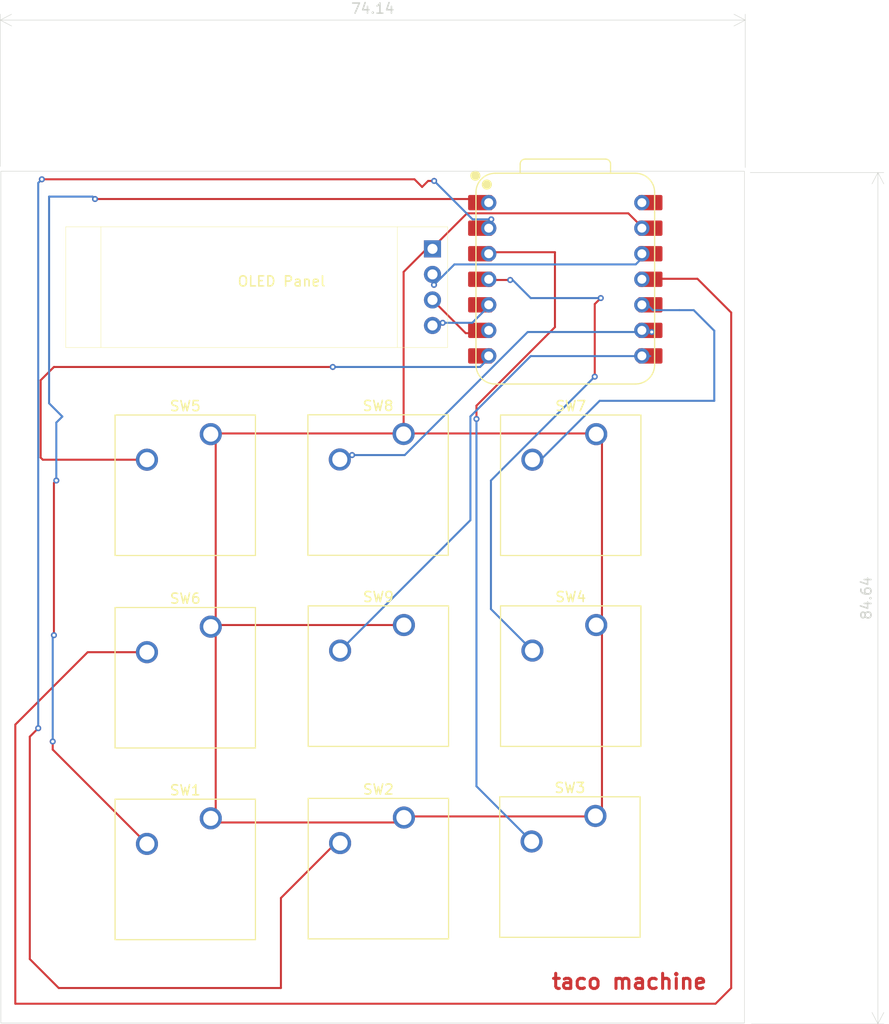
<source format=kicad_pcb>
(kicad_pcb (version 20241229) (generator "pcbnew") (generator_version "9.0")
  (layers (0 "F.Cu" signal) (2 "B.Cu" signal) (13 "F.Paste" user) (15 "B.Paste" user) (5 "F.SilkS" user "F.Silkscreen") (7 "B.SilkS" user "B.Silkscreen") (1 "F.Mask" user) (3 "B.Mask" user) (25 "Edge.Cuts" user))
  (net 0 "")
  (net 1 "Net-(SSD1-GND)")
  (net 2 "Net-(SSD1-VCC)")
  (net 3 "GND")
  (net 4 "Net-(SSD1-SCL)")
  (net 5 "Net-(U1-GPIO26{slash}ADC0{slash}A0)")
  (net 6 "Net-(U1-GPIO27{slash}ADC1{slash}A1)")
  (net 7 "Net-(U1-GPIO28{slash}ADC2{slash}A2)")
  (net 8 "Net-(U1-GPIO29{slash}ADC3{slash}A3)")
  (net 9 "Net-(U1-GPIO0{slash}TX)")
  (net 10 "Net-(U1-GPIO3{slash}MOSI)")
  (net 11 "Net-(U1-GPIO4{slash}MISO)")
  (net 12 "Net-(U1-GPIO2{slash}SCK)")
  (net 13 "Net-(U1-GPIO1{slash}RX)")
  (net 14 "+5V")
  (footprint "Button_Switch_Keyboard:SW_Cherry_MX_1.00u_PCB" (layer "F.Cu") (at 148.42 102.98)
    (property "Reference" "SW9" (at -2.54 -2.794 0) (layer "F.SilkS"))
    (property "Value" "SW_Push")
    (fp_line (start -9.525 -1.905) (end 4.445 -1.905) (stroke (width 0.12)) (layer "F.SilkS"))
    (fp_line (start -9.525 12.065) (end -9.525 -1.905) (stroke (width 0.12)) (layer "F.SilkS"))
    (fp_line (start 4.445 -1.905) (end 4.445 12.065) (stroke (width 0.12)) (layer "F.SilkS"))
    (fp_line (start 4.445 12.065) (end -9.525 12.065) (stroke (width 0.12)) (layer "F.SilkS"))
    (pad "" np_thru_hole circle (at -7.62 5.08) (size 1.7 1.7) (drill 1.7) (layers "*.Cu" "*.Mask"))
    (pad "" np_thru_hole circle (at -2.54 5.08) (size 4 4) (drill 4) (layers "*.Cu" "*.Mask"))
    (pad "" np_thru_hole circle (at 2.54 5.08) (size 1.7 1.7) (drill 1.7) (layers "*.Cu" "*.Mask"))
    (pad "1" thru_hole circle (at 0 0) (size 2.2 2.2) (drill 1.5) (layers "*.Cu" "*.Mask") (net 3 "GND"))
    (pad "2" thru_hole circle (at -6.35 2.54) (size 2.2 2.2) (drill 1.5) (layers "*.Cu" "*.Mask") (net 13 "Net-(U1-GPIO1{slash}RX)"))
  )
  (footprint "Button_Switch_Keyboard:SW_Cherry_MX_1.00u_PCB" (layer "F.Cu") (at 129.2 103.14)
    (property "Reference" "SW6" (at -2.54 -2.794 0) (layer "F.SilkS"))
    (property "Value" "SW_Push")
    (fp_line (start -9.525 -1.905) (end 4.445 -1.905) (stroke (width 0.12)) (layer "F.SilkS"))
    (fp_line (start -9.525 12.065) (end -9.525 -1.905) (stroke (width 0.12)) (layer "F.SilkS"))
    (fp_line (start 4.445 -1.905) (end 4.445 12.065) (stroke (width 0.12)) (layer "F.SilkS"))
    (fp_line (start 4.445 12.065) (end -9.525 12.065) (stroke (width 0.12)) (layer "F.SilkS"))
    (pad "" np_thru_hole circle (at -7.62 5.08) (size 1.7 1.7) (drill 1.7) (layers "*.Cu" "*.Mask"))
    (pad "" np_thru_hole circle (at -2.54 5.08) (size 4 4) (drill 4) (layers "*.Cu" "*.Mask"))
    (pad "" np_thru_hole circle (at 2.54 5.08) (size 1.7 1.7) (drill 1.7) (layers "*.Cu" "*.Mask"))
    (pad "1" thru_hole circle (at 0 0) (size 2.2 2.2) (drill 1.5) (layers "*.Cu" "*.Mask") (net 3 "GND"))
    (pad "2" thru_hole circle (at -6.35 2.54) (size 2.2 2.2) (drill 1.5) (layers "*.Cu" "*.Mask") (net 10 "Net-(U1-GPIO3{slash}MOSI)"))
  )
  (footprint "Button_Switch_Keyboard:SW_Cherry_MX_1.00u_PCB" (layer "F.Cu") (at 148.39 83.98)
    (property "Reference" "SW8" (at -2.54 -2.794 0) (layer "F.SilkS"))
    (property "Value" "SW_Push")
    (fp_line (start -9.525 -1.905) (end 4.445 -1.905) (stroke (width 0.12)) (layer "F.SilkS"))
    (fp_line (start -9.525 12.065) (end -9.525 -1.905) (stroke (width 0.12)) (layer "F.SilkS"))
    (fp_line (start 4.445 -1.905) (end 4.445 12.065) (stroke (width 0.12)) (layer "F.SilkS"))
    (fp_line (start 4.445 12.065) (end -9.525 12.065) (stroke (width 0.12)) (layer "F.SilkS"))
    (pad "" np_thru_hole circle (at -7.62 5.08) (size 1.7 1.7) (drill 1.7) (layers "*.Cu" "*.Mask"))
    (pad "" np_thru_hole circle (at -2.54 5.08) (size 4 4) (drill 4) (layers "*.Cu" "*.Mask"))
    (pad "" np_thru_hole circle (at 2.54 5.08) (size 1.7 1.7) (drill 1.7) (layers "*.Cu" "*.Mask"))
    (pad "1" thru_hole circle (at 0 0) (size 2.2 2.2) (drill 1.5) (layers "*.Cu" "*.Mask") (net 3 "GND"))
    (pad "2" thru_hole circle (at -6.35 2.54) (size 2.2 2.2) (drill 1.5) (layers "*.Cu" "*.Mask") (net 12 "Net-(U1-GPIO2{slash}SCK)"))
  )
  (footprint "Button_Switch_Keyboard:SW_Cherry_MX_1.00u_PCB" (layer "F.Cu") (at 148.42 122.12)
    (property "Reference" "SW2" (at -2.54 -2.794 0) (layer "F.SilkS"))
    (property "Value" "SW_Push")
    (fp_line (start -9.525 -1.905) (end 4.445 -1.905) (stroke (width 0.12)) (layer "F.SilkS"))
    (fp_line (start -9.525 12.065) (end -9.525 -1.905) (stroke (width 0.12)) (layer "F.SilkS"))
    (fp_line (start 4.445 -1.905) (end 4.445 12.065) (stroke (width 0.12)) (layer "F.SilkS"))
    (fp_line (start 4.445 12.065) (end -9.525 12.065) (stroke (width 0.12)) (layer "F.SilkS"))
    (pad "" np_thru_hole circle (at -7.62 5.08) (size 1.7 1.7) (drill 1.7) (layers "*.Cu" "*.Mask"))
    (pad "" np_thru_hole circle (at -2.54 5.08) (size 4 4) (drill 4) (layers "*.Cu" "*.Mask"))
    (pad "" np_thru_hole circle (at 2.54 5.08) (size 1.7 1.7) (drill 1.7) (layers "*.Cu" "*.Mask"))
    (pad "1" thru_hole circle (at 0 0) (size 2.2 2.2) (drill 1.5) (layers "*.Cu" "*.Mask") (net 3 "GND"))
    (pad "2" thru_hole circle (at -6.35 2.54) (size 2.2 2.2) (drill 1.5) (layers "*.Cu" "*.Mask") (net 6 "Net-(U1-GPIO27{slash}ADC1{slash}A1)"))
  )
  (footprint "Button_Switch_Keyboard:SW_Cherry_MX_1.00u_PCB" (layer "F.Cu") (at 167.56 102.98)
    (property "Reference" "SW4" (at -2.54 -2.794 0) (layer "F.SilkS"))
    (property "Value" "SW_Push")
    (fp_line (start -9.525 -1.905) (end 4.445 -1.905) (stroke (width 0.12)) (layer "F.SilkS"))
    (fp_line (start -9.525 12.065) (end -9.525 -1.905) (stroke (width 0.12)) (layer "F.SilkS"))
    (fp_line (start 4.445 -1.905) (end 4.445 12.065) (stroke (width 0.12)) (layer "F.SilkS"))
    (fp_line (start 4.445 12.065) (end -9.525 12.065) (stroke (width 0.12)) (layer "F.SilkS"))
    (pad "" np_thru_hole circle (at -7.62 5.08) (size 1.7 1.7) (drill 1.7) (layers "*.Cu" "*.Mask"))
    (pad "" np_thru_hole circle (at -2.54 5.08) (size 4 4) (drill 4) (layers "*.Cu" "*.Mask"))
    (pad "" np_thru_hole circle (at 2.54 5.08) (size 1.7 1.7) (drill 1.7) (layers "*.Cu" "*.Mask"))
    (pad "1" thru_hole circle (at 0 0) (size 2.2 2.2) (drill 1.5) (layers "*.Cu" "*.Mask") (net 3 "GND"))
    (pad "2" thru_hole circle (at -6.35 2.54) (size 2.2 2.2) (drill 1.5) (layers "*.Cu" "*.Mask") (net 8 "Net-(U1-GPIO29{slash}ADC3{slash}A3)"))
  )
  (footprint "Button_Switch_Keyboard:SW_Cherry_MX_1.00u_PCB" (layer "F.Cu") (at 167.56 84)
    (property "Reference" "SW7" (at -2.54 -2.794 0) (layer "F.SilkS"))
    (property "Value" "SW_Push")
    (fp_line (start -9.525 -1.905) (end 4.445 -1.905) (stroke (width 0.12)) (layer "F.SilkS"))
    (fp_line (start -9.525 12.065) (end -9.525 -1.905) (stroke (width 0.12)) (layer "F.SilkS"))
    (fp_line (start 4.445 -1.905) (end 4.445 12.065) (stroke (width 0.12)) (layer "F.SilkS"))
    (fp_line (start 4.445 12.065) (end -9.525 12.065) (stroke (width 0.12)) (layer "F.SilkS"))
    (pad "" np_thru_hole circle (at -7.62 5.08) (size 1.7 1.7) (drill 1.7) (layers "*.Cu" "*.Mask"))
    (pad "" np_thru_hole circle (at -2.54 5.08) (size 4 4) (drill 4) (layers "*.Cu" "*.Mask"))
    (pad "" np_thru_hole circle (at 2.54 5.08) (size 1.7 1.7) (drill 1.7) (layers "*.Cu" "*.Mask"))
    (pad "1" thru_hole circle (at 0 0) (size 2.2 2.2) (drill 1.5) (layers "*.Cu" "*.Mask") (net 3 "GND"))
    (pad "2" thru_hole circle (at -6.35 2.54) (size 2.2 2.2) (drill 1.5) (layers "*.Cu" "*.Mask") (net 11 "Net-(U1-GPIO4{slash}MISO)"))
  )
  (footprint "oled:SSD1306-0.91-OLED-4pin-128x32 (4)" (layer "F.Cu") (at 114.765 63.385)
    (property "Reference" "SSD1" (hide yes))
    (property "Value" "~")
    (fp_line (start 0 0) (end 0 12) (stroke (width 0.04)) (layer "F.SilkS"))
    (fp_line (start 0 12) (end 38 12) (stroke (width 0.04)) (layer "F.SilkS"))
    (fp_line (start 3.5 0) (end 3.5 12) (stroke (width 0.04)) (layer "F.SilkS"))
    (fp_line (start 33 0) (end 33 12) (stroke (width 0.04)) (layer "F.SilkS"))
    (fp_line (start 38 0) (end 0 0) (stroke (width 0.04)) (layer "F.SilkS"))
    (fp_line (start 38 12) (end 38 0) (stroke (width 0.04)) (layer "F.SilkS"))
    (fp_text user "OLED Panel" (at 21.48 5.42 0) (layer "F.SilkS"))
    (pad "1" thru_hole rect (at 36.5 2.19) (size 1.7 1.7) (drill 1) (layers "*.Cu" "*.Mask") (net 3 "GND"))
    (pad "2" thru_hole oval (at 36.5 4.73) (size 1.7 1.7) (drill 1) (layers "*.Cu" "*.Mask") (net 4 "Net-(SSD1-SCL)"))
    (pad "3" thru_hole oval (at 36.5 7.27) (size 1.7 1.7) (drill 1) (layers "*.Cu" "*.Mask") (net 2 "Net-(SSD1-VCC)"))
    (pad "4" thru_hole oval (at 36.5 9.81) (size 1.7 1.7) (drill 1) (layers "*.Cu" "*.Mask") (net 1 "Net-(SSD1-GND)"))
  )
  (footprint "Button_Switch_Keyboard:SW_Cherry_MX_1.00u_PCB" (layer "F.Cu") (at 167.48 121.96)
    (property "Reference" "SW3" (at -2.54 -2.794 0) (layer "F.SilkS"))
    (property "Value" "SW_Push")
    (fp_line (start -9.525 -1.905) (end 4.445 -1.905) (stroke (width 0.12)) (layer "F.SilkS"))
    (fp_line (start -9.525 12.065) (end -9.525 -1.905) (stroke (width 0.12)) (layer "F.SilkS"))
    (fp_line (start 4.445 -1.905) (end 4.445 12.065) (stroke (width 0.12)) (layer "F.SilkS"))
    (fp_line (start 4.445 12.065) (end -9.525 12.065) (stroke (width 0.12)) (layer "F.SilkS"))
    (pad "" np_thru_hole circle (at -7.62 5.08) (size 1.7 1.7) (drill 1.7) (layers "*.Cu" "*.Mask"))
    (pad "" np_thru_hole circle (at -2.54 5.08) (size 4 4) (drill 4) (layers "*.Cu" "*.Mask"))
    (pad "" np_thru_hole circle (at 2.54 5.08) (size 1.7 1.7) (drill 1.7) (layers "*.Cu" "*.Mask"))
    (pad "1" thru_hole circle (at 0 0) (size 2.2 2.2) (drill 1.5) (layers "*.Cu" "*.Mask") (net 3 "GND"))
    (pad "2" thru_hole circle (at -6.35 2.54) (size 2.2 2.2) (drill 1.5) (layers "*.Cu" "*.Mask") (net 7 "Net-(U1-GPIO28{slash}ADC2{slash}A2)"))
  )
  (footprint "Button_Switch_Keyboard:SW_Cherry_MX_1.00u_PCB" (layer "F.Cu") (at 129.2 84)
    (property "Reference" "SW5" (at -2.54 -2.794 0) (layer "F.SilkS"))
    (property "Value" "SW_Push")
    (fp_line (start -9.525 -1.905) (end 4.445 -1.905) (stroke (width 0.12)) (layer "F.SilkS"))
    (fp_line (start -9.525 12.065) (end -9.525 -1.905) (stroke (width 0.12)) (layer "F.SilkS"))
    (fp_line (start 4.445 -1.905) (end 4.445 12.065) (stroke (width 0.12)) (layer "F.SilkS"))
    (fp_line (start 4.445 12.065) (end -9.525 12.065) (stroke (width 0.12)) (layer "F.SilkS"))
    (pad "" np_thru_hole circle (at -7.62 5.08) (size 1.7 1.7) (drill 1.7) (layers "*.Cu" "*.Mask"))
    (pad "" np_thru_hole circle (at -2.54 5.08) (size 4 4) (drill 4) (layers "*.Cu" "*.Mask"))
    (pad "" np_thru_hole circle (at 2.54 5.08) (size 1.7 1.7) (drill 1.7) (layers "*.Cu" "*.Mask"))
    (pad "1" thru_hole circle (at 0 0) (size 2.2 2.2) (drill 1.5) (layers "*.Cu" "*.Mask") (net 3 "GND"))
    (pad "2" thru_hole circle (at -6.35 2.54) (size 2.2 2.2) (drill 1.5) (layers "*.Cu" "*.Mask") (net 9 "Net-(U1-GPIO0{slash}TX)"))
  )
  (footprint "feet:XIAO-RP2040-DIP" (layer "F.Cu") (at 164.48 68.6)
    (property "Reference" "U1" (hide yes))
    (property "Value" "XIAO-RP2040-DIP")
    (fp_line (start -8.89 8.509) (end -8.89 -8.636) (stroke (width 0.127)) (layer "F.SilkS"))
    (fp_line (start -6.985 10.414) (end 6.985 10.414) (stroke (width 0.127)) (layer "F.SilkS"))
    (fp_line (start -4.495 -10.541) (end -4.491272 -11.451272) (stroke (width 0.127)) (layer "F.SilkS"))
    (fp_line (start -3.991272 -11.951) (end 4.004 -11.951) (stroke (width 0.127)) (layer "F.SilkS"))
    (fp_line (start 4.504 -11.451) (end 4.504 -10.541) (stroke (width 0.127)) (layer "F.SilkS"))
    (fp_line (start 6.985 -10.541) (end -6.985 -10.541) (stroke (width 0.1)) (layer "F.SilkS"))
    (fp_line (start 6.985 -10.541) (end -6.985 -10.541) (stroke (width 0.127)) (layer "F.SilkS"))
    (fp_line (start 8.89 8.509) (end 8.89 -8.636) (stroke (width 0.127)) (layer "F.SilkS"))
    (fp_arc (start -8.89 -8.636) (mid -8.332038 -9.983038) (end -6.985 -10.541) (stroke (width 0.127)) (layer "F.SilkS"))
    (fp_arc (start -6.985 10.414) (mid -8.332038 9.856038) (end -8.89 8.509) (stroke (width 0.127)) (layer "F.SilkS"))
    (fp_arc (start -4.491272 -11.451272) (mid -4.344728 -11.80464) (end -3.991272 -11.951) (stroke (width 0.127)) (layer "F.SilkS"))
    (fp_arc (start 4.004 -11.951) (mid 4.357553 -11.804553) (end 4.504 -11.451) (stroke (width 0.127)) (layer "F.SilkS"))
    (fp_arc (start 6.985 -10.541) (mid 8.332038 -9.983038) (end 8.89 -8.636) (stroke (width 0.127)) (layer "F.SilkS"))
    (fp_arc (start 8.89 8.509) (mid 8.332038 9.856038) (end 6.985 10.414) (stroke (width 0.127)) (layer "F.SilkS"))
    (fp_circle (center -8.95 -10.3) (end -8.95 -10.554) (stroke (width 0.5)) (fill yes) (layer "F.SilkS"))
    (fp_circle (center -7.807 -9.42) (end -7.807 -9.674) (stroke (width 0.5)) (fill yes) (layer "F.SilkS"))
    (pad "1" smd roundrect (at -8.455 -7.62 180) (size 2.432 1.524) (layers "F.Cu" "F.Mask") (roundrect_rratio 0.1) (net 5 "Net-(U1-GPIO26{slash}ADC0{slash}A0)"))
    (pad "1" thru_hole circle (at -7.62 -7.62 180) (size 1.524 1.524) (drill 0.889) (layers "*.Cu" "*.Mask") (net 5 "Net-(U1-GPIO26{slash}ADC0{slash}A0)"))
    (pad "2" smd roundrect (at -8.455 -5.08 180) (size 2.432 1.524) (layers "F.Cu" "F.Mask") (roundrect_rratio 0.1) (net 6 "Net-(U1-GPIO27{slash}ADC1{slash}A1)"))
    (pad "2" thru_hole circle (at -7.62 -5.08 180) (size 1.524 1.524) (drill 0.889) (layers "*.Cu" "*.Mask") (net 6 "Net-(U1-GPIO27{slash}ADC1{slash}A1)"))
    (pad "3" smd roundrect (at -8.455 -2.54 180) (size 2.432 1.524) (layers "F.Cu" "F.Mask") (roundrect_rratio 0.1) (net 7 "Net-(U1-GPIO28{slash}ADC2{slash}A2)"))
    (pad "3" thru_hole circle (at -7.62 -2.54 180) (size 1.524 1.524) (drill 0.889) (layers "*.Cu" "*.Mask") (net 7 "Net-(U1-GPIO28{slash}ADC2{slash}A2)"))
    (pad "4" smd roundrect (at -8.455 0 180) (size 2.432 1.524) (layers "F.Cu" "F.Mask") (roundrect_rratio 0.1) (net 8 "Net-(U1-GPIO29{slash}ADC3{slash}A3)"))
    (pad "4" thru_hole circle (at -7.62 0 180) (size 1.524 1.524) (drill 0.889) (layers "*.Cu" "*.Mask") (net 8 "Net-(U1-GPIO29{slash}ADC3{slash}A3)"))
    (pad "5" smd roundrect (at -8.455 2.54 180) (size 2.432 1.524) (layers "F.Cu" "F.Mask") (roundrect_rratio 0.1) (net 1 "Net-(SSD1-GND)"))
    (pad "5" thru_hole circle (at -7.62 2.54 180) (size 1.524 1.524) (drill 0.889) (layers "*.Cu" "*.Mask") (net 1 "Net-(SSD1-GND)"))
    (pad "6" smd roundrect (at -8.455 5.08 180) (size 2.432 1.524) (layers "F.Cu" "F.Mask") (roundrect_rratio 0.1) (net 2 "Net-(SSD1-VCC)"))
    (pad "6" thru_hole circle (at -7.62 5.08 180) (size 1.524 1.524) (drill 0.889) (layers "*.Cu" "*.Mask") (net 2 "Net-(SSD1-VCC)"))
    (pad "7" smd roundrect (at -8.455 7.62 180) (size 2.432 1.524) (layers "F.Cu" "F.Mask") (roundrect_rratio 0.1) (net 9 "Net-(U1-GPIO0{slash}TX)"))
    (pad "7" thru_hole circle (at -7.62 7.62 180) (size 1.524 1.524) (drill 0.889) (layers "*.Cu" "*.Mask") (net 9 "Net-(U1-GPIO0{slash}TX)"))
    (pad "8" thru_hole circle (at 7.62 7.62) (size 1.524 1.524) (drill 0.889) (layers "*.Cu" "*.Mask") (net 13 "Net-(U1-GPIO1{slash}RX)"))
    (pad "8" smd roundrect (at 8.455 7.62) (size 2.432 1.524) (layers "F.Cu" "F.Mask") (roundrect_rratio 0.1) (net 13 "Net-(U1-GPIO1{slash}RX)"))
    (pad "9" thru_hole circle (at 7.62 5.08) (size 1.524 1.524) (drill 0.889) (layers "*.Cu" "*.Mask") (net 12 "Net-(U1-GPIO2{slash}SCK)"))
    (pad "9" smd roundrect (at 8.455 5.08) (size 2.432 1.524) (layers "F.Cu" "F.Mask") (roundrect_rratio 0.1) (net 12 "Net-(U1-GPIO2{slash}SCK)"))
    (pad "10" thru_hole circle (at 7.62 2.54) (size 1.524 1.524) (drill 0.889) (layers "*.Cu" "*.Mask") (net 11 "Net-(U1-GPIO4{slash}MISO)"))
    (pad "10" smd roundrect (at 8.455 2.54) (size 2.432 1.524) (layers "F.Cu" "F.Mask") (roundrect_rratio 0.1) (net 11 "Net-(U1-GPIO4{slash}MISO)"))
    (pad "11" thru_hole circle (at 7.62 0) (size 1.524 1.524) (drill 0.889) (layers "*.Cu" "*.Mask") (net 10 "Net-(U1-GPIO3{slash}MOSI)"))
    (pad "11" smd roundrect (at 8.455 0) (size 2.432 1.524) (layers "F.Cu" "F.Mask") (roundrect_rratio 0.1) (net 10 "Net-(U1-GPIO3{slash}MOSI)"))
    (pad "12" thru_hole circle (at 7.62 -2.54) (size 1.524 1.524) (drill 0.889) (layers "*.Cu" "*.Mask") (net 4 "Net-(SSD1-SCL)"))
    (pad "12" smd roundrect (at 8.455 -2.54) (size 2.432 1.524) (layers "F.Cu" "F.Mask") (roundrect_rratio 0.1) (net 4 "Net-(SSD1-SCL)"))
    (pad "13" thru_hole circle (at 7.62 -5.08) (size 1.524 1.524) (drill 0.889) (layers "*.Cu" "*.Mask") (net 3 "GND"))
    (pad "13" smd roundrect (at 8.455 -5.08) (size 2.432 1.524) (layers "F.Cu" "F.Mask") (roundrect_rratio 0.1) (net 3 "GND"))
    (pad "14" thru_hole circle (at 7.62 -7.62) (size 1.524 1.524) (drill 0.889) (layers "*.Cu" "*.Mask") (net 14 "+5V"))
    (pad "14" smd roundrect (at 8.455 -7.62) (size 2.432 1.524) (layers "F.Cu" "F.Mask") (roundrect_rratio 0.1) (net 14 "+5V"))
  )
  (footprint "Button_Switch_Keyboard:SW_Cherry_MX_1.00u_PCB" (layer "F.Cu") (at 129.2 122.2)
    (property "Reference" "SW1" (at -2.54 -2.794 0) (layer "F.SilkS"))
    (property "Value" "SW_Push")
    (fp_line (start -9.525 -1.905) (end 4.445 -1.905) (stroke (width 0.12)) (layer "F.SilkS"))
    (fp_line (start -9.525 12.065) (end -9.525 -1.905) (stroke (width 0.12)) (layer "F.SilkS"))
    (fp_line (start 4.445 -1.905) (end 4.445 12.065) (stroke (width 0.12)) (layer "F.SilkS"))
    (fp_line (start 4.445 12.065) (end -9.525 12.065) (stroke (width 0.12)) (layer "F.SilkS"))
    (pad "" np_thru_hole circle (at -7.62 5.08) (size 1.7 1.7) (drill 1.7) (layers "*.Cu" "*.Mask"))
    (pad "" np_thru_hole circle (at -2.54 5.08) (size 4 4) (drill 4) (layers "*.Cu" "*.Mask"))
    (pad "" np_thru_hole circle (at 2.54 5.08) (size 1.7 1.7) (drill 1.7) (layers "*.Cu" "*.Mask"))
    (pad "1" thru_hole circle (at 0 0) (size 2.2 2.2) (drill 1.5) (layers "*.Cu" "*.Mask") (net 3 "GND"))
    (pad "2" thru_hole circle (at -6.35 2.54) (size 2.2 2.2) (drill 1.5) (layers "*.Cu" "*.Mask") (net 5 "Net-(U1-GPIO26{slash}ADC0{slash}A0)"))
  )
  (gr_rect (start 108.31 57.86) (end 182.31 142.55) (stroke (width 0.05)) (fill no) (layer "Edge.Cuts"))
  (gr_text "taco machine" (at 162.97 139.31 0) (layer "F.Cu") (effects (font (size 1.5 1.5) (thickness 0.3) (bold yes)) (justify left bottom)))
  (dimension (type orthogonal) (layer "Edge.Cuts") (pts (xy 182.39 57.99) (xy 182.5 142.63)) (height 13.2) (orientation 1) (format (prefix "") (suffix "") (units 3) (units_format 0) (precision 4) (suppress_zeroes yes)) (style (thickness 0.05) (arrow_length 1.27) (text_position_mode 0) (arrow_direction outward) (extension_height 0.58642) (extension_offset 0.5) (keep_text_aligned yes)) (gr_text "84.64" (at 194.44 100.31 90) (layer "Edge.Cuts") (effects (font (size 1 1) (thickness 0.15)))))
  (dimension (type orthogonal) (layer "Edge.Cuts") (pts (xy 108.25 57.88) (xy 182.39 57.99)) (height -15.05) (orientation 0) (format (prefix "") (suffix "") (units 3) (units_format 0) (precision 4) (suppress_zeroes yes)) (style (thickness 0.05) (arrow_length 1.27) (text_position_mode 0) (arrow_direction outward) (extension_height 0.58642) (extension_offset 0.5) (keep_text_aligned yes)) (gr_text "74.14" (at 145.32 41.68 0) (layer "Edge.Cuts") (effects (font (size 1 1) (thickness 0.15)))))
  (segment (start 151.265 73.195) (end 152.013211 73.195) (width 0.2) (layer "F.Cu") (net 1))
  (segment (start 152.013211 73.195) (end 152.280429 72.927782) (width 0.2) (layer "F.Cu") (net 1))
  (via (at 152.280429 72.927782) (size 0.6) (drill 0.3) (layers "F.Cu" "B.Cu") (net 1))
  (segment (start 155.222218 72.927782) (end 157.08 71.07) (width 0.2) (layer "B.Cu") (net 1))
  (segment (start 152.280429 72.927782) (end 155.222218 72.927782) (width 0.2) (layer "B.Cu") (net 1))
  (segment (start 151.265 70.655) (end 154.57 73.96) (width 0.2) (layer "F.Cu") (net 2))
  (segment (start 154.57 73.96) (end 156.96 73.96) (width 0.2) (layer "F.Cu") (net 2))
  (segment (start 168.13 121.77) (end 167.41 122.49) (width 0.2) (layer "F.Cu") (net 3))
  (segment (start 148.39 83.98) (end 148.39 67.87) (width 0.2) (layer "F.Cu") (net 3))
  (segment (start 168.13 84.05) (end 168.13 103.39) (width 0.2) (layer "F.Cu") (net 3))
  (segment (start 129.69 121.77) (end 129.69 102.79) (width 0.2) (layer "F.Cu") (net 3))
  (segment (start 129.69 84.89) (end 128.97 84.17) (width 0.2) (layer "F.Cu") (net 3))
  (segment (start 151.07 65.19) (end 151.55 65.19) (width 0.2) (layer "F.Cu") (net 3))
  (segment (start 170.753 62.043) (end 172.46 63.75) (width 0.2) (layer "F.Cu") (net 3))
  (segment (start 129.2 84) (end 129.27 83.93) (width 0.2) (layer "F.Cu") (net 3))
  (segment (start 168.01 83.93) (end 168.13 84.05) (width 0.2) (layer "F.Cu") (net 3))
  (segment (start 129.38 102.98) (end 129.21 103.15) (width 0.2) (layer "F.Cu") (net 3))
  (segment (start 148.55 83.93) (end 168.01 83.93) (width 0.2) (layer "F.Cu") (net 3))
  (segment (start 148.19 122.61) (end 128.85 122.61) (width 0.2) (layer "F.Cu") (net 3))
  (segment (start 148.79 122.01) (end 148.19 122.61) (width 0.2) (layer "F.Cu") (net 3))
  (segment (start 129.27 83.93) (end 148.55 83.93) (width 0.2) (layer "F.Cu") (net 3))
  (segment (start 168.13 103.39) (end 168.13 121.77) (width 0.2) (layer "F.Cu") (net 3))
  (segment (start 128.85 122.61) (end 129.69 121.77) (width 0.2) (layer "F.Cu") (net 3))
  (segment (start 154.697 62.043) (end 170.753 62.043) (width 0.2) (layer "F.Cu") (net 3))
  (segment (start 148.39 67.87) (end 151.07 65.19) (width 0.2) (layer "F.Cu") (net 3))
  (segment (start 148.42 102.98) (end 129.38 102.98) (width 0.2) (layer "F.Cu") (net 3))
  (segment (start 166.93 122.01) (end 148.79 122.01) (width 0.2) (layer "F.Cu") (net 3))
  (segment (start 129.69 102.79) (end 129.69 84.89) (width 0.2) (layer "F.Cu") (net 3))
  (segment (start 151.55 65.19) (end 154.697 62.043) (width 0.2) (layer "F.Cu") (net 3))
  (segment (start 167.41 122.49) (end 166.93 122.01) (width 0.2) (layer "F.Cu") (net 3))
  (segment (start 151.265 69.005955) (end 151.413493 69.154448) (width 0.2) (layer "F.Cu") (net 4))
  (segment (start 151.265 68.115) (end 151.265 69.005955) (width 0.2) (layer "F.Cu") (net 4))
  (via (at 151.413493 69.154448) (size 0.6) (drill 0.3) (layers "F.Cu" "B.Cu") (net 4))
  (segment (start 153.444941 67.123) (end 171.487 67.123) (width 0.2) (layer "B.Cu") (net 4))
  (segment (start 171.487 67.123) (end 172.46 66.15) (width 0.2) (layer "B.Cu") (net 4))
  (segment (start 151.413493 69.154448) (end 153.444941 67.123) (width 0.2) (layer "B.Cu") (net 4))
  (segment (start 117.68 60.62) (end 156.36 60.62) (width 0.2) (layer "F.Cu") (net 5))
  (segment (start 156.36 60.62) (end 157.08 61.34) (width 0.2) (layer "F.Cu") (net 5))
  (segment (start 113.59 103.99) (end 113.59 88.85) (width 0.2) (layer "F.Cu") (net 5))
  (segment (start 113.59 88.85) (end 113.83 88.61) (width 0.2) (layer "F.Cu") (net 5))
  (segment (start 113.47 115.36) (end 113.47 114.56) (width 0.2) (layer "F.Cu") (net 5))
  (segment (start 122.85 124.74) (end 113.47 115.36) (width 0.2) (layer "F.Cu") (net 5))
  (via (at 117.68 60.62) (size 0.6) (drill 0.3) (layers "F.Cu" "B.Cu") (net 5))
  (via (at 113.47 114.56) (size 0.6) (drill 0.3) (layers "F.Cu" "B.Cu") (net 5))
  (via (at 113.59 103.99) (size 0.6) (drill 0.3) (layers "F.Cu" "B.Cu") (net 5))
  (via (at 113.83 88.61) (size 0.6) (drill 0.3) (layers "F.Cu" "B.Cu") (net 5))
  (segment (start 113.47 104.11) (end 113.59 103.99) (width 0.2) (layer "B.Cu") (net 5))
  (segment (start 113.83 82.85) (end 114.43 82.25) (width 0.2) (layer "B.Cu") (net 5))
  (segment (start 113.83 88.61) (end 113.83 82.85) (width 0.2) (layer "B.Cu") (net 5))
  (segment (start 113.47 114.56) (end 113.47 104.11) (width 0.2) (layer "B.Cu") (net 5))
  (segment (start 114.43 82.25) (end 113.11 80.93) (width 0.2) (layer "B.Cu") (net 5))
  (segment (start 117.44 60.38) (end 117.68 60.62) (width 0.2) (layer "B.Cu") (net 5))
  (segment (start 113.11 60.38) (end 117.44 60.38) (width 0.2) (layer "B.Cu") (net 5))
  (segment (start 113.11 80.93) (end 113.11 60.38) (width 0.2) (layer "B.Cu") (net 5))
  (segment (start 142.07 124.66) (end 141.64153 124.66) (width 0.2) (layer "F.Cu") (net 6))
  (segment (start 114.07 139.07) (end 111.19 136.19) (width 0.2) (layer "F.Cu") (net 6))
  (segment (start 157.113094 62.643) (end 157.113094 63.356906) (width 0.2) (layer "F.Cu") (net 6))
  (segment (start 149.47 58.66) (end 150.23 59.42) (width 0.2) (layer "F.Cu") (net 6))
  (segment (start 150.23 59.42) (end 150.83 58.82) (width 0.2) (layer "F.Cu") (net 6))
  (segment (start 111.19 136.19) (end 111.19 114.08) (width 0.2) (layer "F.Cu") (net 6))
  (segment (start 112.39 58.66) (end 149.47 58.66) (width 0.2) (layer "F.Cu") (net 6))
  (segment (start 141.64153 124.66) (end 136.18 130.12153) (width 0.2) (layer "F.Cu") (net 6))
  (segment (start 136.18 139.07) (end 114.07 139.07) (width 0.2) (layer "F.Cu") (net 6))
  (segment (start 136.18 130.12153) (end 136.18 139.07) (width 0.2) (layer "F.Cu") (net 6))
  (segment (start 111.19 114.08) (end 112.03 113.24) (width 0.2) (layer "F.Cu") (net 6))
  (segment (start 150.83 58.82) (end 151.43 58.82) (width 0.2) (layer "F.Cu") (net 6))
  (segment (start 157.113094 63.356906) (end 156.84 63.63) (width 0.2) (layer "F.Cu") (net 6))
  (via (at 112.39 58.66) (size 0.6) (drill 0.3) (layers "F.Cu" "B.Cu") (net 6))
  (via (at 157.113094 62.643) (size 0.6) (drill 0.3) (layers "F.Cu" "B.Cu") (net 6))
  (via (at 151.43 58.82) (size 0.6) (drill 0.3) (layers "F.Cu" "B.Cu") (net 6))
  (via (at 112.03 113.24) (size 0.6) (drill 0.3) (layers "F.Cu" "B.Cu") (net 6))
  (segment (start 151.43 58.82) (end 155.253 62.643) (width 0.2) (layer "B.Cu") (net 6))
  (segment (start 112.03 59.02) (end 112.39 58.66) (width 0.2) (layer "B.Cu") (net 6))
  (segment (start 112.03 113.24) (end 112.03 59.02) (width 0.2) (layer "B.Cu") (net 6))
  (segment (start 155.253 62.643) (end 157.113094 62.643) (width 0.2) (layer "B.Cu") (net 6))
  (segment (start 163.45 65.91) (end 156.84 65.91) (width 0.2) (layer "F.Cu") (net 7))
  (segment (start 162.49 74.32) (end 163.45 73.36) (width 0.2) (layer "F.Cu") (net 7))
  (segment (start 156.84 65.91) (end 156.36 65.43) (width 0.2) (layer "F.Cu") (net 7))
  (segment (start 155.64 82.49) (end 155.64 81.17) (width 0.2) (layer "F.Cu") (net 7))
  (segment (start 155.64 81.17) (end 162.49 74.32) (width 0.2) (layer "F.Cu") (net 7))
  (segment (start 163.45 73.36) (end 163.45 65.91) (width 0.2) (layer "F.Cu") (net 7))
  (via (at 155.64 82.49) (size 0.6) (drill 0.3) (layers "F.Cu" "B.Cu") (net 7))
  (segment (start 155.64 119.01) (end 155.64 82.49) (width 0.2) (layer "B.Cu") (net 7))
  (segment (start 161.13 124.5) (end 155.64 119.01) (width 0.2) (layer "B.Cu") (net 7))
  (segment (start 157.2 68.67) (end 157.08 68.79) (width 0.2) (layer "F.Cu") (net 8))
  (segment (start 167.41 78.28) (end 167.41 71.07) (width 0.2) (layer "F.Cu") (net 8))
  (segment (start 167.41 71.07) (end 168.01 70.47) (width 0.2) (layer "F.Cu") (net 8))
  (segment (start 159 68.67) (end 157.2 68.67) (width 0.2) (layer "F.Cu") (net 8))
  (via (at 168.01 70.47) (size 0.6) (drill 0.3) (layers "F.Cu" "B.Cu") (net 8))
  (via (at 167.41 78.28) (size 0.6) (drill 0.3) (layers "F.Cu" "B.Cu") (net 8))
  (via (at 159 68.67) (size 0.6) (drill 0.3) (layers "F.Cu" "B.Cu") (net 8))
  (segment (start 161.04 70.47) (end 159.96 69.39) (width 0.2) (layer "B.Cu") (net 8))
  (segment (start 157.08 88.61) (end 167.41 78.28) (width 0.2) (layer "B.Cu") (net 8))
  (segment (start 159.96 69.39) (end 159.24 68.67) (width 0.2) (layer "B.Cu") (net 8))
  (segment (start 168.01 70.47) (end 161.04 70.47) (width 0.2) (layer "B.Cu") (net 8))
  (segment (start 161.21 105.52) (end 157.08 101.39) (width 0.2) (layer "B.Cu") (net 8))
  (segment (start 159.24 68.67) (end 159 68.67) (width 0.2) (layer "B.Cu") (net 8))
  (segment (start 157.08 101.39) (end 157.08 88.61) (width 0.2) (layer "B.Cu") (net 8))
  (segment (start 112.27 78.64) (end 113.47 77.44) (width 0.2) (layer "F.Cu") (net 9))
  (segment (start 122.85 86.54) (end 112.48 86.54) (width 0.2) (layer "F.Cu") (net 9))
  (segment (start 113.59 77.32) (end 141.34 77.32) (width 0.2) (layer "F.Cu") (net 9))
  (segment (start 113.47 77.44) (end 113.59 77.32) (width 0.2) (layer "F.Cu") (net 9))
  (segment (start 112.27 86.33) (end 112.27 78.64) (width 0.2) (layer "F.Cu") (net 9))
  (segment (start 112.48 86.54) (end 112.27 86.33) (width 0.2) (layer "F.Cu") (net 9))
  (via (at 141.34 77.32) (size 0.6) (drill 0.3) (layers "F.Cu" "B.Cu") (net 9))
  (segment (start 141.34 77.32) (end 156 77.32) (width 0.2) (layer "B.Cu") (net 9))
  (segment (start 156 77.32) (end 157.32 76) (width 0.2) (layer "B.Cu") (net 9))
  (segment (start 180.75 71.67) (end 177.63 68.55) (width 0.2) (layer "F.Cu") (net 10))
  (segment (start 177.63 68.55) (end 172.34 68.55) (width 0.2) (layer "F.Cu") (net 10))
  (segment (start 179.43 140.63) (end 180.99 139.07) (width 0.2) (layer "F.Cu") (net 10))
  (segment (start 109.75 140.63) (end 179.43 140.63) (width 0.2) (layer "F.Cu") (net 10))
  (segment (start 109.75 112.88) (end 109.75 140.63) (width 0.2) (layer "F.Cu") (net 10))
  (segment (start 122.85 105.68) (end 116.95 105.68) (width 0.2) (layer "F.Cu") (net 10))
  (segment (start 109.99 112.64) (end 109.75 112.88) (width 0.2) (layer "F.Cu") (net 10))
  (segment (start 116.95 105.68) (end 109.99 112.64) (width 0.2) (layer "F.Cu") (net 10))
  (segment (start 180.99 139.07) (end 180.99 71.91) (width 0.2) (layer "F.Cu") (net 10))
  (segment (start 180.99 71.91) (end 180.75 71.67) (width 0.2) (layer "F.Cu") (net 10))
  (segment (start 161.53 86.81) (end 161.77 87.05) (width 0.2) (layer "F.Cu") (net 11))
  (segment (start 161.21 86.54) (end 161.17 86.58) (width 0.2) (layer "F.Cu") (net 11))
  (segment (start 161.17 86.81) (end 161.53 86.81) (width 0.2) (layer "F.Cu") (net 11))
  (segment (start 161.17 86.58) (end 161.17 86.81) (width 0.2) (layer "F.Cu") (net 11))
  (segment (start 173.18 71.67) (end 172.22 70.71) (width 0.2) (layer "B.Cu") (net 11))
  (segment (start 161.21 86.54) (end 161.21 86.97) (width 0.2) (layer "B.Cu") (net 11))
  (segment (start 179.31 73.72) (end 177.26 71.67) (width 0.2) (layer "B.Cu") (net 11))
  (segment (start 177.26 71.67) (end 175.82 71.67) (width 0.2) (layer "B.Cu") (net 11))
  (segment (start 161.21 86.97) (end 161.41 87.17) (width 0.2) (layer "B.Cu") (net 11))
  (segment (start 179.306211 80.684543) (end 179.306211 73.723789) (width 0.2) (layer "B.Cu") (net 11))
  (segment (start 175.82 71.67) (end 173.18 71.67) (width 0.2) (layer "B.Cu") (net 11))
  (segment (start 161.41 87.17) (end 167.895457 80.684543) (width 0.2) (layer "B.Cu") (net 11))
  (segment (start 167.895457 80.684543) (end 179.306211 80.684543) (width 0.2) (layer "B.Cu") (net 11))
  (segment (start 179.306211 73.723789) (end 179.31 73.72) (width 0.2) (layer "B.Cu") (net 11))
  (segment (start 142.04 86.52) (end 142.822134 86.52) (width 0.2) (layer "F.Cu") (net 12))
  (segment (start 142.822134 86.52) (end 143.262973 86.079161) (width 0.2) (layer "F.Cu") (net 12))
  (via (at 173.080969 73.843495) (size 0.6) (drill 0.3) (layers "F.Cu" "B.Cu") (net 12))
  (via (at 143.262973 86.079161) (size 0.6) (drill 0.3) (layers "F.Cu" "B.Cu") (net 12))
  (segment (start 143.262973 86.079161) (end 148.504149 86.079161) (width 0.2) (layer "B.Cu") (net 12))
  (segment (start 148.504149 86.079161) (end 160.739815 73.843495) (width 0.2) (layer "B.Cu") (net 12))
  (segment (start 160.739815 73.843495) (end 173.080969 73.843495) (width 0.2) (layer "B.Cu") (net 12))
  (segment (start 161.04 76.24) (end 172.94 76.24) (width 0.2) (layer "B.Cu") (net 13))
  (segment (start 142.07 105.52) (end 155.039 92.551) (width 0.2) (layer "B.Cu") (net 13))
  (segment (start 155.039 82.241) (end 161.04 76.24) (width 0.2) (layer "B.Cu") (net 13))
  (segment (start 155.039 92.551) (end 155.039 82.241) (width 0.2) (layer "B.Cu") (net 13))
)
</source>
